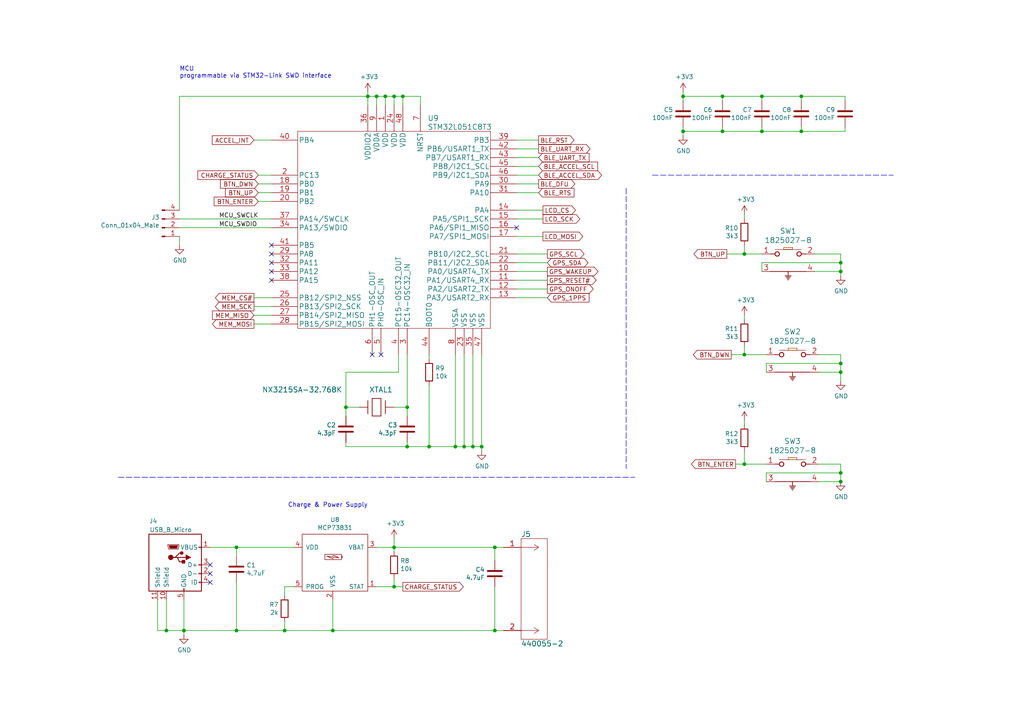
<source format=kicad_sch>
(kicad_sch (version 20211123) (generator eeschema)
  (paper "A4")
  (title_block (title "Speedcoach") (rev "v1") (company "Peter Horauer"))
  (lib_symbols
    (symbol "Device:C" (pin_numbers hide) (pin_names (offset 0.254))
      (property "Reference" "C" (at 0.635 2.54 0))
      (property "Value" "C" (at 0.635 -2.54 0))
      (symbol "C_0_1"
        (polyline (pts (xy -2.032 -0.762) (xy 2.032 -0.762)) (stroke (width 0.508)))
        (polyline (pts (xy -2.032 0.762) (xy 2.032 0.762)) (stroke (width 0.508)))
      )
      (symbol "C_1_1"
        (pin passive line (at 0 3.81 270) (length 2.794) (name "~") (number "1"))
        (pin passive line (at 0 -3.81 90) (length 2.794) (name "~") (number "2"))
      )
    )
    (symbol "Device:R" (pin_numbers hide) (pin_names (offset 0))
      (property "Reference" "R" (at 2.032 0 90))
      (property "Value" "R" (at 0 0 90))
      (symbol "R_0_1"
        (rectangle (start -1.016 -2.54) (end 1.016 2.54) (stroke (width 0.254)))
      )
      (symbol "R_1_1"
        (pin passive line (at 0 3.81 270) (length 1.27) (name "~") (number "1"))
        (pin passive line (at 0 -3.81 90) (length 1.27) (name "~") (number "2"))
      )
    )
    (symbol "power:+3V3" (power) (pin_names (offset 0))
      (property "Value" "+3V3" (at 0 3.556 0))
      (symbol "+3V3_0_1"
        (polyline (pts (xy -0.762 1.27) (xy 0 2.54)))
        (polyline (pts (xy 0 0) (xy 0 2.54)))
        (polyline (pts (xy 0 2.54) (xy 0.762 1.27)))
      )
      (symbol "+3V3_1_1"
        (pin power_in line (at 0 0 90) (length 0) hide (name "+3V3") (number "1"))
      )
    )
    (symbol "power:GND" (power) (pin_names (offset 0))
      (property "Value" "GND" (at 0 -3.81 0))
      (symbol "GND_0_1"
        (polyline (pts (xy 0 0) (xy 0 -1.27) (xy 1.27 -1.27) (xy 0 -2.54) (xy -1.27 -1.27) (xy 0 -1.27)))
      )
      (symbol "GND_1_1"
        (pin power_in line (at 0 0 270) (length 0) hide (name "GND") (number "1"))
      )
    )
    (symbol "speedcoach:1825027-8" (pin_names (offset -1.905) hide)
      (property "Reference" "SW" (at 7.62 3.81 0))
      (property "Value" "1825027-8" (at 7.62 6.35 0))
      (symbol "1825027-8_0_1"
        (polyline (pts (xy 3.81 1.27) (xy 11.43 1.27)) (stroke (width 0.127)))
        (rectangle (start 6.35 1.27) (end 8.89 1.905) (stroke (width 0.127)) (fill (type background)))
      )
      (symbol "1825027-8_1_1"
        (polyline (pts (xy 2.54 -5.08) (xy 12.7 -5.08)) (stroke (width 0.2032)))
        (polyline (pts (xy 2.54 0) (xy 3.81 0)) (stroke (width 0.2032)))
        (polyline (pts (xy 6.731 -6.35) (xy 8.509 -6.35)) (stroke (width 0.2032)))
        (polyline (pts (xy 6.985 -6.731) (xy 8.255 -6.731)) (stroke (width 0.2032)))
        (polyline (pts (xy 7.239 -7.112) (xy 8.001 -7.112)) (stroke (width 0.2032)))
        (polyline (pts (xy 7.493 -7.493) (xy 7.747 -7.493)) (stroke (width 0.2032)))
        (polyline (pts (xy 7.62 -5.08) (xy 7.62 -6.35)) (stroke (width 0.2032)))
        (polyline (pts (xy 12.7 0) (xy 11.43 0)) (stroke (width 0.2032)))
        (circle (center 4.445 0) (radius 0.635) (stroke (width 0.254)))
        (circle (center 10.795 0) (radius 0.635) (stroke (width 0.254)))
        (pin unspecified line (at 0 0 0) (length 2.54) (name "1") (number "1"))
        (pin unspecified line (at 15.24 0 180) (length 2.54) (name "2") (number "2"))
        (pin unspecified line (at 0 -5.08 0) (length 2.54) (name "3") (number "3"))
        (pin unspecified line (at 15.24 -5.08 180) (length 2.54) (name "4") (number "4"))
      )
    )
    (symbol "speedcoach:440055-2" (pin_names (offset 0.254) hide)
      (property "Reference" "J" (at 6.35 3.81 0))
      (property "Value" "440055-2" (at 11.43 -27.94 0))
      (symbol "440055-2_0_1"
        (polyline (pts (xy 5.08 -26.67) (xy 12.7 -26.67)) (stroke (width 0.127)))
      )
      (symbol "440055-2_1_1"
        (polyline (pts (xy 5.08 2.54) (xy 5.08 -26.67)) (stroke (width 0.127)))
        (polyline (pts (xy 10.16 -24.13) (xy 5.08 -24.13)) (stroke (width 0.127)))
        (polyline (pts (xy 10.16 -24.13) (xy 8.89 -24.9682)) (stroke (width 0.127)))
        (polyline (pts (xy 10.16 -24.13) (xy 8.89 -23.2918)) (stroke (width 0.127)))
        (polyline (pts (xy 10.16 0) (xy 5.08 0)) (stroke (width 0.127)))
        (polyline (pts (xy 10.16 0) (xy 8.89 -0.8382)) (stroke (width 0.127)))
        (polyline (pts (xy 10.16 0) (xy 8.89 0.8382)) (stroke (width 0.127)))
        (polyline (pts (xy 12.7 -26.67) (xy 12.7 -5.08)) (stroke (width 0.127)))
        (polyline (pts (xy 12.7 -5.08) (xy 12.7 2.54)) (stroke (width 0.127)))
        (polyline (pts (xy 12.7 2.54) (xy 5.08 2.54)) (stroke (width 0.127)))
        (pin unspecified line (at 0 0 0) (length 5.08) (name "1") (number "1"))
        (pin unspecified line (at 0 -24.13 0) (length 5.08) (name "2") (number "2"))
      )
    )
    (symbol "speedcoach:Conn_01x04_Male" (pin_names (offset 1.016) hide)
      (property "Reference" "J" (at 0 5.08 0))
      (property "Value" "Conn_01x04_Male" (at 0 -7.62 0))
      (symbol "Conn_01x04_Male_1_1"
        (polyline (pts (xy 1.27 -5.08) (xy 0.8636 -5.08)) (stroke (width 0.1524)))
        (polyline (pts (xy 1.27 -2.54) (xy 0.8636 -2.54)) (stroke (width 0.1524)))
        (polyline (pts (xy 1.27 0) (xy 0.8636 0)) (stroke (width 0.1524)))
        (polyline (pts (xy 1.27 2.54) (xy 0.8636 2.54)) (stroke (width 0.1524)))
        (rectangle (start 0.8636 -4.953) (end 0 -5.207) (stroke (width 0.1524)) (fill (type outline)))
        (rectangle (start 0.8636 -2.413) (end 0 -2.667) (stroke (width 0.1524)) (fill (type outline)))
        (rectangle (start 0.8636 0.127) (end 0 -0.127) (stroke (width 0.1524)) (fill (type outline)))
        (rectangle (start 0.8636 2.667) (end 0 2.413) (stroke (width 0.1524)) (fill (type outline)))
        (pin passive line (at 5.08 2.54 180) (length 3.81) (name "Pin_1") (number "1"))
        (pin passive line (at 5.08 0 180) (length 3.81) (name "Pin_2") (number "2"))
        (pin passive line (at 5.08 -2.54 180) (length 3.81) (name "Pin_3") (number "3"))
        (pin passive line (at 5.08 -5.08 180) (length 3.81) (name "Pin_4") (number "4"))
      )
    )
    (symbol "speedcoach:MCP73831" (pin_names (offset 1.016))
      (property "Reference" "U" (at 3.81 12.7 0))
      (property "Value" "MCP73831" (at 16.51 12.7 0))
      (symbol "MCP73831_0_1"
        (polyline (pts (xy 13.97 5.08) (xy 14.224 5.08) (xy 14.224 4.572) (xy 13.97 4.572)))
        (polyline (pts (xy 13.97 5.588) (xy 9.144 5.588) (xy 9.144 4.064) (xy 13.97 4.064) (xy 13.97 5.588)))
        (polyline (pts (xy 9.652 5.08) (xy 11.43 4.318) (xy 11.684 4.826) (xy 13.208 4.572) (xy 11.684 5.334) (xy 11.176 4.826) (xy 9.652 5.08)))
        (rectangle (start 2.54 -5.08) (end 21.59 11.43))
      )
      (symbol "MCP73831_1_1"
        (pin output line (at 24.13 -3.81 180) (length 2.54) (name "STAT") (number "1"))
        (pin power_in line (at 11.43 -7.62 90) (length 2.54) (name "VSS") (number "2"))
        (pin power_out line (at 24.13 7.62 180) (length 2.54) (name "VBAT") (number "3"))
        (pin power_in line (at 0 7.62 0) (length 2.54) (name "VDD") (number "4"))
        (pin input line (at 0 -3.81 0) (length 2.54) (name "PROG") (number "5"))
      )
    )
    (symbol "speedcoach:NX3215SA-32.768K" (pin_numbers hide) (pin_names hide)
      (property "Reference" "XTAL" (at 5.08 4.445 0))
      (property "Value" "NX3215SA-32.768K" (at 5.08 -7.62 0))
      (symbol "NX3215SA-32.768K_1_1"
        (polyline (pts (xy 2.54 -1.905) (xy 2.54 1.905)) (stroke (width 0.2032)))
        (polyline (pts (xy 3.81 -2.54) (xy 3.81 2.54)) (stroke (width 0.2032)))
        (polyline (pts (xy 3.81 2.54) (xy 6.35 2.54)) (stroke (width 0.2032)))
        (polyline (pts (xy 6.35 -2.54) (xy 3.81 -2.54)) (stroke (width 0.2032)))
        (polyline (pts (xy 6.35 2.54) (xy 6.35 -2.54)) (stroke (width 0.2032)))
        (polyline (pts (xy 7.62 -1.905) (xy 7.62 1.905)) (stroke (width 0.2032)))
        (pin unspecified line (at 0 0 0) (length 2.54) (name "1") (number "1"))
        (pin unspecified line (at 10.16 0 180) (length 2.54) (name "2") (number "2"))
      )
    )
    (symbol "speedcoach:STM32L051C8T3" (pin_names (offset 0.254))
      (property "Reference" "U" (at 8.89 3.81 0))
      (property "Value" "STM32L051C8T3" (at 54.61 3.81 0))
      (symbol "STM32L051C8T3_1_1"
        (polyline (pts (xy 7.62 -54.61) (xy 63.5 -54.61)) (stroke (width 0.127)))
        (polyline (pts (xy 7.62 2.54) (xy 7.62 -54.61)) (stroke (width 0.127)))
        (polyline (pts (xy 63.5 -54.61) (xy 63.5 2.54)) (stroke (width 0.127)))
        (polyline (pts (xy 63.5 2.54) (xy 7.62 2.54)) (stroke (width 0.127)))
        (pin power_in line (at 33.02 10.16 270) (length 7.62) (name "VDD") (number "1"))
        (pin bidirectional line (at 71.12 -38.1 180) (length 7.62) (name "PA0/USART4_TX") (number "10"))
        (pin bidirectional line (at 71.12 -40.64 180) (length 7.62) (name "PA1/USART4_RX") (number "11"))
        (pin bidirectional line (at 71.12 -43.18 180) (length 7.62) (name "PA2/USART2_TX") (number "12"))
        (pin bidirectional line (at 71.12 -45.72 180) (length 7.62) (name "PA3/USART2_RX") (number "13"))
        (pin bidirectional line (at 71.12 -20.32 180) (length 7.62) (name "PA4") (number "14"))
        (pin bidirectional line (at 71.12 -22.86 180) (length 7.62) (name "PA5/SPI1_SCK") (number "15"))
        (pin bidirectional line (at 71.12 -25.4 180) (length 7.62) (name "PA6/SPI1_MISO") (number "16"))
        (pin bidirectional line (at 71.12 -27.94 180) (length 7.62) (name "PA7/SPI1_MOSI") (number "17"))
        (pin bidirectional line (at 0 -12.7 0) (length 7.62) (name "PB0") (number "18"))
        (pin bidirectional line (at 0 -15.24 0) (length 7.62) (name "PB1") (number "19"))
        (pin bidirectional line (at 0 -10.16 0) (length 7.62) (name "PC13") (number "2"))
        (pin bidirectional line (at 0 -17.78 0) (length 7.62) (name "PB2") (number "20"))
        (pin bidirectional line (at 71.12 -33.02 180) (length 7.62) (name "PB10/I2C2_SCL") (number "21"))
        (pin bidirectional line (at 71.12 -35.56 180) (length 7.62) (name "PB11/I2C2_SDA") (number "22"))
        (pin power_in line (at 55.88 -62.23 90) (length 7.62) (name "VSS") (number "23"))
        (pin power_in line (at 35.56 10.16 270) (length 7.62) (name "VDD") (number "24"))
        (pin bidirectional line (at 0 -45.72 0) (length 7.62) (name "PB12/SPI2_NSS") (number "25"))
        (pin bidirectional line (at 0 -48.26 0) (length 7.62) (name "PB13/SPI2_SCK") (number "26"))
        (pin bidirectional line (at 0 -50.8 0) (length 7.62) (name "PB14/SPI2_MISO") (number "27"))
        (pin bidirectional line (at 0 -53.34 0) (length 7.62) (name "PB15/SPI2_MOSI") (number "28"))
        (pin bidirectional line (at 0 -33.02 0) (length 7.62) (name "PA8") (number "29"))
        (pin bidirectional line (at 39.37 -62.23 90) (length 7.62) (name "PC14-OSC32_IN") (number "3"))
        (pin bidirectional line (at 71.12 -12.7 180) (length 7.62) (name "PA9") (number "30"))
        (pin bidirectional line (at 71.12 -15.24 180) (length 7.62) (name "PA10") (number "31"))
        (pin bidirectional line (at 0 -35.56 0) (length 7.62) (name "PA11") (number "32"))
        (pin bidirectional line (at 0 -38.1 0) (length 7.62) (name "PA12") (number "33"))
        (pin bidirectional line (at 0 -25.4 0) (length 7.62) (name "PA13/SWDIO") (number "34"))
        (pin power_in line (at 58.42 -62.23 90) (length 7.62) (name "VSS") (number "35"))
        (pin power_in line (at 27.94 10.16 270) (length 7.62) (name "VDDIO2") (number "36"))
        (pin bidirectional line (at 0 -22.86 0) (length 7.62) (name "PA14/SWCLK") (number "37"))
        (pin bidirectional line (at 0 -40.64 0) (length 7.62) (name "PA15") (number "38"))
        (pin bidirectional line (at 71.12 0 180) (length 7.62) (name "PB3") (number "39"))
        (pin bidirectional line (at 36.83 -62.23 90) (length 7.62) (name "PC15-OSC32_OUT") (number "4"))
        (pin bidirectional line (at 0 0 0) (length 7.62) (name "PB4") (number "40"))
        (pin bidirectional line (at 0 -30.48 0) (length 7.62) (name "PB5") (number "41"))
        (pin bidirectional line (at 71.12 -2.54 180) (length 7.62) (name "PB6/USART1_TX") (number "42"))
        (pin bidirectional line (at 71.12 -5.08 180) (length 7.62) (name "PB7/USART1_RX") (number "43"))
        (pin input line (at 45.72 -62.23 90) (length 7.62) (name "BOOT0") (number "44"))
        (pin bidirectional line (at 71.12 -7.62 180) (length 7.62) (name "PB8/I2C1_SCL") (number "45"))
        (pin bidirectional line (at 71.12 -10.16 180) (length 7.62) (name "PB9/I2C1_SDA") (number "46"))
        (pin power_in line (at 60.96 -62.23 90) (length 7.62) (name "VSS") (number "47"))
        (pin power_in line (at 38.1 10.16 270) (length 7.62) (name "VDD") (number "48"))
        (pin bidirectional line (at 31.75 -62.23 90) (length 7.62) (name "PH0-OSC_IN") (number "5"))
        (pin bidirectional line (at 29.21 -62.23 90) (length 7.62) (name "PH1-OSC_OUT") (number "6"))
        (pin bidirectional line (at 43.18 10.16 270) (length 7.62) (name "NRST") (number "7"))
        (pin power_in line (at 53.34 -62.23 90) (length 7.62) (name "VSSA") (number "8"))
        (pin power_in line (at 30.48 10.16 270) (length 7.62) (name "VDDA") (number "9"))
      )
    )
    (symbol "speedcoach:USB_B_Micro" (pin_names (offset 1.016))
      (property "Reference" "J" (at -10.16 12.7 0))
      (property "Value" "USB_B_Micro" (at -10.16 10.16 0))
      (symbol "USB_B_Micro_0_1"
        (rectangle (start -10.16 -7.62) (end 5.08 8.89) (stroke (width 0.254)))
        (circle (center -3.81 2.159) (radius 0.635) (stroke (width 0.254)) (fill (type outline)))
        (circle (center -0.635 3.429) (radius 0.381) (stroke (width 0.254)) (fill (type outline)))
        (rectangle (start -0.127 -7.62) (end 0.127 -6.858))
        (polyline (pts (xy -1.905 2.159) (xy 0.635 2.159)) (stroke (width 0.254)))
        (polyline (pts (xy -3.175 2.159) (xy -2.54 2.159) (xy -1.27 3.429) (xy -0.635 3.429)) (stroke (width 0.254)))
        (polyline (pts (xy -2.54 2.159) (xy -1.905 2.159) (xy -1.27 0.889) (xy 0 0.889)) (stroke (width 0.254)))
        (polyline (pts (xy 0.635 2.794) (xy 0.635 1.524) (xy 1.905 2.159) (xy 0.635 2.794)) (stroke (width 0.254)) (fill (type outline)))
        (polyline (pts (xy -4.318 5.588) (xy -1.778 5.588) (xy -2.032 4.826) (xy -4.064 4.826) (xy -4.318 5.588)) (fill (type outline)))
        (polyline (pts (xy -4.699 5.842) (xy -4.699 5.588) (xy -4.445 4.826) (xy -4.445 4.572) (xy -1.651 4.572) (xy -1.651 4.826) (xy -1.397 5.588) (xy -1.397 5.842) (xy -4.699 5.842)))
        (rectangle (start 0.254 1.27) (end -0.508 0.508) (stroke (width 0.254)) (fill (type outline)))
        (rectangle (start 5.08 -5.207) (end 4.318 -4.953))
        (rectangle (start 5.08 -2.667) (end 4.318 -2.413))
        (rectangle (start 5.08 -0.127) (end 4.318 0.127))
        (rectangle (start 5.08 4.953) (end 4.318 5.207))
      )
      (symbol "USB_B_Micro_1_1"
        (pin power_out line (at 7.62 5.08 180) (length 2.54) (name "VBUS") (number "1"))
        (pin passive line (at -5.08 -10.16 90) (length 2.54) (name "Shield") (number "10"))
        (pin passive line (at -7.62 -10.16 90) (length 2.54) (name "Shield") (number "11"))
        (pin bidirectional line (at 7.62 -2.54 180) (length 2.54) (name "D-") (number "2"))
        (pin bidirectional line (at 7.62 0 180) (length 2.54) (name "D+") (number "3"))
        (pin passive line (at 7.62 -5.08 180) (length 2.54) (name "ID") (number "4"))
        (pin power_out line (at 0 -10.16 90) (length 2.54) (name "GND") (number "5"))
      )
    )
  )
  (junction (at 143.51 182.88))
  (junction (at 111.76 27.94))
  (junction (at 53.34 182.88))
  (junction (at 116.84 27.94))
  (junction (at 215.9 134.62))
  (junction (at 143.51 158.75))
  (junction (at 209.55 27.94))
  (junction (at 243.84 78.74))
  (junction (at 68.58 182.88))
  (junction (at 48.26 182.88))
  (junction (at 139.7 129.54))
  (junction (at 137.16 129.54))
  (junction (at 220.98 38.1))
  (junction (at 100.33 118.11))
  (junction (at 96.52 182.88))
  (junction (at 232.41 38.1))
  (junction (at 215.9 73.66))
  (junction (at 124.46 129.54))
  (junction (at 132.08 129.54))
  (junction (at 243.84 105.41))
  (junction (at 118.11 129.54))
  (junction (at 215.9 102.87))
  (junction (at 209.55 38.1))
  (junction (at 243.84 139.7))
  (junction (at 114.3 27.94))
  (junction (at 82.55 182.88))
  (junction (at 109.22 27.94))
  (junction (at 243.84 137.16))
  (junction (at 68.58 158.75))
  (junction (at 220.98 27.94))
  (junction (at 243.84 107.95))
  (junction (at 243.84 76.2))
  (junction (at 232.41 27.94))
  (junction (at 114.3 158.75))
  (junction (at 198.12 27.94))
  (junction (at 106.68 27.94))
  (junction (at 134.62 129.54))
  (junction (at 198.12 38.1))
  (junction (at 114.3 170.18))
  (junction (at 118.11 118.11))
  (no_connect (at 60.96 168.91))
  (no_connect (at 110.49 102.87))
  (no_connect (at 60.96 163.83))
  (no_connect (at 78.74 71.12))
  (no_connect (at 78.74 73.66))
  (no_connect (at 78.74 76.2))
  (no_connect (at 78.74 78.74))
  (no_connect (at 78.74 81.28))
  (no_connect (at 60.96 166.37))
  (no_connect (at 149.86 66.04))
  (no_connect (at 107.95 102.87))
  (wire (pts (xy 124.46 104.14) (xy 124.46 102.87)))
  (wire (pts (xy 73.66 40.64) (xy 78.74 40.64)))
  (wire (pts (xy 132.08 129.54) (xy 134.62 129.54)))
  (wire (pts (xy 100.33 129.54) (xy 118.11 129.54)))
  (wire (pts (xy 222.25 107.95) (xy 222.25 105.41)))
  (wire (pts (xy 215.9 92.71) (xy 215.9 91.44)))
  (polyline (pts (xy 189.23 50.8) (xy 259.08 50.8)))
  (wire (pts (xy 149.86 73.66) (xy 158.75 73.66)))
  (wire (pts (xy 232.41 27.94) (xy 232.41 29.21)))
  (wire (pts (xy 100.33 118.11) (xy 100.33 107.95)))
  (wire (pts (xy 143.51 158.75) (xy 146.05 158.75)))
  (wire (pts (xy 73.66 86.36) (xy 78.74 86.36)))
  (wire (pts (xy 143.51 170.18) (xy 143.51 182.88)))
  (wire (pts (xy 52.07 27.94) (xy 106.68 27.94)))
  (wire (pts (xy 149.86 68.58) (xy 157.48 68.58)))
  (wire (pts (xy 232.41 38.1) (xy 232.41 36.83)))
  (wire (pts (xy 149.86 43.18) (xy 156.21 43.18)))
  (wire (pts (xy 243.84 80.01) (xy 243.84 78.74)))
  (wire (pts (xy 212.09 102.87) (xy 215.9 102.87)))
  (wire (pts (xy 96.52 173.99) (xy 96.52 182.88)))
  (wire (pts (xy 100.33 107.95) (xy 115.57 107.95)))
  (wire (pts (xy 149.86 60.96) (xy 157.48 60.96)))
  (wire (pts (xy 118.11 118.11) (xy 114.3 118.11)))
  (wire (pts (xy 82.55 182.88) (xy 96.52 182.88)))
  (wire (pts (xy 209.55 38.1) (xy 209.55 36.83)))
  (wire (pts (xy 137.16 129.54) (xy 139.7 129.54)))
  (wire (pts (xy 215.9 100.33) (xy 215.9 102.87)))
  (wire (pts (xy 215.9 123.19) (xy 215.9 121.92)))
  (wire (pts (xy 132.08 102.87) (xy 132.08 129.54)))
  (wire (pts (xy 149.86 55.88) (xy 156.21 55.88)))
  (wire (pts (xy 68.58 168.91) (xy 68.58 182.88)))
  (wire (pts (xy 114.3 158.75) (xy 114.3 156.21)))
  (wire (pts (xy 143.51 182.88) (xy 146.05 182.88)))
  (wire (pts (xy 198.12 38.1) (xy 209.55 38.1)))
  (wire (pts (xy 109.22 30.48) (xy 109.22 27.94)))
  (wire (pts (xy 121.92 30.48) (xy 121.92 27.94)))
  (wire (pts (xy 134.62 129.54) (xy 137.16 129.54)))
  (wire (pts (xy 220.98 76.2) (xy 243.84 76.2)))
  (wire (pts (xy 118.11 118.11) (xy 118.11 102.87)))
  (wire (pts (xy 68.58 182.88) (xy 82.55 182.88)))
  (wire (pts (xy 45.72 173.99) (xy 45.72 182.88)))
  (polyline (pts (xy 34.29 138.43) (xy 184.15 138.43)))
  (wire (pts (xy 114.3 30.48) (xy 114.3 27.94)))
  (wire (pts (xy 78.74 63.5) (xy 52.07 63.5)))
  (wire (pts (xy 237.49 102.87) (xy 243.84 102.87)))
  (wire (pts (xy 149.86 53.34) (xy 156.21 53.34)))
  (wire (pts (xy 60.96 158.75) (xy 68.58 158.75)))
  (wire (pts (xy 53.34 173.99) (xy 53.34 182.88)))
  (wire (pts (xy 109.22 158.75) (xy 114.3 158.75)))
  (wire (pts (xy 74.93 58.42) (xy 78.74 58.42)))
  (wire (pts (xy 215.9 130.81) (xy 215.9 134.62)))
  (wire (pts (xy 215.9 62.23) (xy 215.9 63.5)))
  (wire (pts (xy 96.52 182.88) (xy 143.51 182.88)))
  (wire (pts (xy 52.07 60.96) (xy 52.07 27.94)))
  (wire (pts (xy 215.9 102.87) (xy 222.25 102.87)))
  (wire (pts (xy 149.86 76.2) (xy 158.75 76.2)))
  (wire (pts (xy 74.93 53.34) (xy 78.74 53.34)))
  (wire (pts (xy 116.84 27.94) (xy 114.3 27.94)))
  (wire (pts (xy 222.25 137.16) (xy 243.84 137.16)))
  (wire (pts (xy 198.12 27.94) (xy 198.12 29.21)))
  (wire (pts (xy 156.21 45.72) (xy 149.86 45.72)))
  (wire (pts (xy 149.86 83.82) (xy 158.75 83.82)))
  (wire (pts (xy 100.33 120.65) (xy 100.33 118.11)))
  (wire (pts (xy 236.22 73.66) (xy 243.84 73.66)))
  (wire (pts (xy 222.25 139.7) (xy 222.25 137.16)))
  (wire (pts (xy 74.93 55.88) (xy 78.74 55.88)))
  (wire (pts (xy 124.46 111.76) (xy 124.46 129.54)))
  (wire (pts (xy 243.84 134.62) (xy 243.84 137.16)))
  (wire (pts (xy 73.66 93.98) (xy 78.74 93.98)))
  (wire (pts (xy 243.84 76.2) (xy 243.84 78.74)))
  (wire (pts (xy 198.12 26.67) (xy 198.12 27.94)))
  (wire (pts (xy 48.26 182.88) (xy 53.34 182.88)))
  (wire (pts (xy 114.3 158.75) (xy 114.3 160.02)))
  (wire (pts (xy 198.12 27.94) (xy 209.55 27.94)))
  (wire (pts (xy 45.72 182.88) (xy 48.26 182.88)))
  (wire (pts (xy 111.76 30.48) (xy 111.76 27.94)))
  (wire (pts (xy 109.22 27.94) (xy 106.68 27.94)))
  (wire (pts (xy 78.74 66.04) (xy 52.07 66.04)))
  (wire (pts (xy 209.55 27.94) (xy 209.55 29.21)))
  (wire (pts (xy 118.11 129.54) (xy 124.46 129.54)))
  (wire (pts (xy 114.3 158.75) (xy 143.51 158.75)))
  (wire (pts (xy 156.21 50.8) (xy 149.86 50.8)))
  (wire (pts (xy 114.3 170.18) (xy 114.3 167.64)))
  (wire (pts (xy 121.92 27.94) (xy 116.84 27.94)))
  (wire (pts (xy 149.86 86.36) (xy 158.75 86.36)))
  (wire (pts (xy 114.3 170.18) (xy 116.84 170.18)))
  (wire (pts (xy 115.57 107.95) (xy 115.57 102.87)))
  (wire (pts (xy 232.41 38.1) (xy 245.11 38.1)))
  (wire (pts (xy 73.66 91.44) (xy 78.74 91.44)))
  (wire (pts (xy 106.68 30.48) (xy 106.68 27.94)))
  (wire (pts (xy 118.11 128.27) (xy 118.11 129.54)))
  (wire (pts (xy 100.33 128.27) (xy 100.33 129.54)))
  (wire (pts (xy 220.98 27.94) (xy 232.41 27.94)))
  (wire (pts (xy 149.86 48.26) (xy 156.21 48.26)))
  (wire (pts (xy 104.14 118.11) (xy 100.33 118.11)))
  (wire (pts (xy 73.66 88.9) (xy 78.74 88.9)))
  (wire (pts (xy 209.55 27.94) (xy 220.98 27.94)))
  (wire (pts (xy 74.93 50.8) (xy 78.74 50.8)))
  (wire (pts (xy 156.21 40.64) (xy 149.86 40.64)))
  (wire (pts (xy 210.82 73.66) (xy 215.9 73.66)))
  (wire (pts (xy 139.7 129.54) (xy 139.7 102.87)))
  (wire (pts (xy 48.26 173.99) (xy 48.26 182.88)))
  (wire (pts (xy 149.86 63.5) (xy 157.48 63.5)))
  (wire (pts (xy 134.62 129.54) (xy 134.62 102.87)))
  (polyline (pts (xy 181.61 54.61) (xy 181.61 135.89)))
  (wire (pts (xy 245.11 38.1) (xy 245.11 36.83)))
  (wire (pts (xy 52.07 71.12) (xy 52.07 68.58)))
  (wire (pts (xy 139.7 129.54) (xy 139.7 130.81)))
  (wire (pts (xy 198.12 38.1) (xy 198.12 39.37)))
  (wire (pts (xy 215.9 71.12) (xy 215.9 73.66)))
  (wire (pts (xy 220.98 27.94) (xy 220.98 29.21)))
  (wire (pts (xy 149.86 81.28) (xy 158.75 81.28)))
  (wire (pts (xy 237.49 134.62) (xy 243.84 134.62)))
  (wire (pts (xy 243.84 110.49) (xy 243.84 107.95)))
  (wire (pts (xy 116.84 30.48) (xy 116.84 27.94)))
  (wire (pts (xy 236.22 78.74) (xy 243.84 78.74)))
  (wire (pts (xy 82.55 180.34) (xy 82.55 182.88)))
  (wire (pts (xy 209.55 38.1) (xy 220.98 38.1)))
  (wire (pts (xy 53.34 182.88) (xy 53.34 184.15)))
  (wire (pts (xy 68.58 158.75) (xy 85.09 158.75)))
  (wire (pts (xy 82.55 172.72) (xy 82.55 170.18)))
  (wire (pts (xy 118.11 118.11) (xy 118.11 120.65)))
  (wire (pts (xy 53.34 182.88) (xy 68.58 182.88)))
  (wire (pts (xy 237.49 107.95) (xy 243.84 107.95)))
  (wire (pts (xy 243.84 102.87) (xy 243.84 105.41)))
  (wire (pts (xy 137.16 129.54) (xy 137.16 102.87)))
  (wire (pts (xy 220.98 38.1) (xy 232.41 38.1)))
  (wire (pts (xy 243.84 137.16) (xy 243.84 139.7)))
  (wire (pts (xy 237.49 139.7) (xy 243.84 139.7)))
  (wire (pts (xy 143.51 162.56) (xy 143.51 158.75)))
  (wire (pts (xy 213.36 134.62) (xy 215.9 134.62)))
  (wire (pts (xy 114.3 27.94) (xy 111.76 27.94)))
  (wire (pts (xy 232.41 27.94) (xy 245.11 27.94)))
  (wire (pts (xy 198.12 36.83) (xy 198.12 38.1)))
  (wire (pts (xy 220.98 78.74) (xy 220.98 76.2)))
  (wire (pts (xy 109.22 170.18) (xy 114.3 170.18)))
  (wire (pts (xy 68.58 161.29) (xy 68.58 158.75)))
  (wire (pts (xy 124.46 129.54) (xy 132.08 129.54)))
  (wire (pts (xy 243.84 105.41) (xy 243.84 107.95)))
  (wire (pts (xy 222.25 105.41) (xy 243.84 105.41)))
  (wire (pts (xy 149.86 78.74) (xy 158.75 78.74)))
  (wire (pts (xy 243.84 73.66) (xy 243.84 76.2)))
  (wire (pts (xy 245.11 27.94) (xy 245.11 29.21)))
  (wire (pts (xy 215.9 73.66) (xy 220.98 73.66)))
  (wire (pts (xy 82.55 170.18) (xy 85.09 170.18)))
  (wire (pts (xy 215.9 134.62) (xy 222.25 134.62)))
  (wire (pts (xy 111.76 27.94) (xy 109.22 27.94)))
  (wire (pts (xy 220.98 38.1) (xy 220.98 36.83)))
  (wire (pts (xy 106.68 27.94) (xy 106.68 26.67)))
  (text "Charge & Power Supply" (at 106.68 147.32 180) (effects (font (size 1.27 1.27)) (justify right bottom)))
  (text "MCU\nprogrammable via STM32-Link SWD interface" (at 52.07 22.86 0) (effects (font (size 1.27 1.27)) (justify left bottom)))
  (label "MCU_SWDIO" (at 63.5 66.04 0))
  (label "MCU_SWCLK" (at 63.5 63.5 0))
  (global_label "GPS_WAKEUP" (shape output) (at 158.75 78.74 0) (property "Intersheetrefs" "${INTERSHEET_REFS}" (at 1.27 3.81 0)))
  (global_label "CHARGE_STATUS" (shape output) (at 116.84 170.18 0) (property "Intersheetrefs" "${INTERSHEET_REFS}" (at 0 0 0)))
  (global_label "BLE_UART_TX" (shape input) (at 156.21 45.72 0) (property "Intersheetrefs" "${INTERSHEET_REFS}" (at 0 0 0)))
  (global_label "GPS_SDA" (shape bidirectional) (at 158.75 76.2 0) (property "Intersheetrefs" "${INTERSHEET_REFS}" (at 1.27 3.81 0)))
  (global_label "MEM_SCK" (shape output) (at 73.66 88.9 180) (property "Intersheetrefs" "${INTERSHEET_REFS}" (effects hide)))
  (global_label "MEM_MOSI" (shape output) (at 73.66 93.98 180) (property "Intersheetrefs" "${INTERSHEET_REFS}" (effects hide)))
  (global_label "BTN_ENTER" (shape output) (at 213.36 134.62 180) (property "Intersheetrefs" "${INTERSHEET_REFS}" (at 0 0 0)))
  (global_label "GPS_ONOFF" (shape output) (at 158.75 83.82 0) (property "Intersheetrefs" "${INTERSHEET_REFS}" (at 1.27 3.81 0)))
  (global_label "BTN_DWN" (shape output) (at 212.09 102.87 180) (property "Intersheetrefs" "${INTERSHEET_REFS}" (at 0 0 0)))
  (global_label "MEM_MISO" (shape input) (at 73.66 91.44 180) (property "Intersheetrefs" "${INTERSHEET_REFS}" (effects hide)))
  (global_label "BLE_ACCEL_SDA" (shape bidirectional) (at 156.21 50.8 0) (property "Intersheetrefs" "${INTERSHEET_REFS}" (effects hide)))
  (global_label "BTN_ENTER" (shape input) (at 74.93 58.42 180) (property "Intersheetrefs" "${INTERSHEET_REFS}" (at 0 0 0)))
  (global_label "BLE_DFU" (shape output) (at 156.21 53.34 0) (property "Intersheetrefs" "${INTERSHEET_REFS}" (effects hide)))
  (global_label "BLE_RST" (shape output) (at 156.21 40.64 0) (property "Intersheetrefs" "${INTERSHEET_REFS}" (at 0 0 0)))
  (global_label "MEM_CS#" (shape output) (at 73.66 86.36 180) (property "Intersheetrefs" "${INTERSHEET_REFS}" (effects hide)))
  (global_label "GPS_1PPS" (shape input) (at 158.75 86.36 0) (property "Intersheetrefs" "${INTERSHEET_REFS}" (at 1.27 3.81 0)))
  (global_label "BLE_UART_RX" (shape output) (at 156.21 43.18 0) (property "Intersheetrefs" "${INTERSHEET_REFS}" (at 0 0 0)))
  (global_label "LCD_MOSI" (shape output) (at 157.48 68.58 0) (property "Intersheetrefs" "${INTERSHEET_REFS}" (at 0 3.81 0)))
  (global_label "BTN_UP" (shape input) (at 74.93 55.88 180) (property "Intersheetrefs" "${INTERSHEET_REFS}" (at 0 0 0)))
  (global_label "ACCEL_INT" (shape input) (at 73.66 40.64 180) (property "Intersheetrefs" "${INTERSHEET_REFS}" (at -1.27 -5.08 0)))
  (global_label "GPS_RESET#" (shape output) (at 158.75 81.28 0) (property "Intersheetrefs" "${INTERSHEET_REFS}" (at 1.27 3.81 0)))
  (global_label "LCD_CS" (shape output) (at 157.48 60.96 0) (property "Intersheetrefs" "${INTERSHEET_REFS}" (at 0 3.81 0)))
  (global_label "BLE_RTS" (shape input) (at 156.21 55.88 0) (property "Intersheetrefs" "${INTERSHEET_REFS}" (effects hide)))
  (global_label "BTN_UP" (shape output) (at 210.82 73.66 180) (property "Intersheetrefs" "${INTERSHEET_REFS}" (at 0 0 0)))
  (global_label "CHARGE_STATUS" (shape input) (at 74.93 50.8 180) (property "Intersheetrefs" "${INTERSHEET_REFS}" (at 0 0 0)))
  (global_label "LCD_SCK" (shape output) (at 157.48 63.5 0) (property "Intersheetrefs" "${INTERSHEET_REFS}" (at 0 3.81 0)))
  (global_label "GPS_SCL" (shape output) (at 158.75 73.66 0) (property "Intersheetrefs" "${INTERSHEET_REFS}" (at 1.27 3.81 0)))
  (global_label "BLE_ACCEL_SCL" (shape input) (at 156.21 48.26 0) (property "Intersheetrefs" "${INTERSHEET_REFS}" (effects hide)))
  (global_label "BTN_DWN" (shape input) (at 74.93 53.34 180) (property "Intersheetrefs" "${INTERSHEET_REFS}" (at 0 0 0)))
  (symbol (lib_id "power:+3V3") (at 106.68 26.67 0) (unit 1)
    (property "Reference" "#PWR017" (effects hide))
    (property "Value" "+3V3" (at 107.061 22.2758 0))
  )
  (symbol (lib_id "Device:C") (at 198.12 33.02 0) (mirror x) (unit 1)
    (property "Reference" "C5" (at 195.2244 31.8516 0) (effects (justify right)))
    (property "Value" "100nF" (at 195.2244 34.163 0) (effects (justify right)))
    (property "Footprint" "Capacitor_SMD:C_0805_2012Metric" (effects hide))
  )
  (symbol (lib_id "Device:C") (at 209.55 33.02 0) (mirror x) (unit 1)
    (property "Reference" "C6" (at 206.6544 31.8516 0) (effects (justify right)))
    (property "Value" "100nF" (at 206.6544 34.163 0) (effects (justify right)))
    (property "Footprint" "Capacitor_SMD:C_0805_2012Metric" (effects hide))
  )
  (symbol (lib_id "Device:C") (at 220.98 33.02 0) (mirror x) (unit 1)
    (property "Reference" "C7" (at 218.0844 31.8516 0) (effects (justify right)))
    (property "Value" "100nF" (at 218.0844 34.163 0) (effects (justify right)))
    (property "Footprint" "Capacitor_SMD:C_0805_2012Metric" (effects hide))
  )
  (symbol (lib_id "Device:C") (at 232.41 33.02 0) (mirror x) (unit 1)
    (property "Reference" "C8" (at 229.5144 31.8516 0) (effects (justify right)))
    (property "Value" "100nF" (at 229.5144 34.163 0) (effects (justify right)))
    (property "Footprint" "Capacitor_SMD:C_0805_2012Metric" (effects hide))
  )
  (symbol (lib_id "Device:C") (at 245.11 33.02 0) (mirror x) (unit 1)
    (property "Reference" "C9" (at 242.2144 31.8516 0) (effects (justify right)))
    (property "Value" "100nF" (at 242.2144 34.163 0) (effects (justify right)))
    (property "Footprint" "Capacitor_SMD:C_0805_2012Metric" (effects hide))
  )
  (symbol (lib_id "power:+3V3") (at 198.12 26.67 0) (unit 1)
    (property "Reference" "#PWR020" (effects hide))
    (property "Value" "+3V3" (at 198.501 22.2758 0))
  )
  (symbol (lib_id "power:GND") (at 198.12 39.37 0) (unit 1)
    (property "Reference" "#PWR021" (effects hide))
    (property "Value" "GND" (at 198.247 43.7642 0))
  )
  (symbol (lib_id "power:GND") (at 139.7 130.81 0) (unit 1)
    (property "Reference" "#PWR019" (effects hide))
    (property "Value" "GND" (at 139.827 135.2042 0))
  )
  (symbol (lib_id "Device:R") (at 124.46 107.95 0) (unit 1)
    (property "Reference" "R9" (at 126.238 106.7816 0) (effects (justify left)))
    (property "Value" "10k" (at 126.238 109.093 0) (effects (justify left)))
    (property "Footprint" "Resistor_SMD:R_0805_2012Metric" (effects hide))
  )
  (symbol (lib_id "speedcoach:Conn_01x04_Male") (at 46.99 66.04 0) (mirror x) (unit 1)
    (property "Reference" "J3" (at 46.2788 63.0428 0) (effects (justify right)))
    (property "Value" "Conn_01x04_Male" (at 46.2788 65.3542 0) (effects (justify right)))
    (property "Footprint" "Connector_PinHeader_2.54mm:PinHeader_1x04_P2.54mm_Vertical" (effects hide))
  )
  (symbol (lib_id "power:GND") (at 52.07 71.12 0) (unit 1)
    (property "Reference" "#PWR015" (effects hide))
    (property "Value" "GND" (at 52.197 75.5142 0))
  )
  (symbol (lib_id "speedcoach:USB_B_Micro") (at 53.34 163.83 0) (unit 1)
    (property "Reference" "J4" (at 44.45 151.13 0))
    (property "Value" "USB_B_Micro" (at 49.53 153.67 0))
    (property "Footprint" "speedcoach:10118194-0001LF" (effects hide))
    (property "Datasheet" "https://cdn.amphenol-icc.com/media/wysiwyg/files/documentation/datasheet/inputoutput/io_usb_micro.pdf" (effects hide))
  )
  (symbol (lib_id "speedcoach:440055-2") (at 146.05 158.75 0) (unit 1)
    (property "Reference" "J5" (at 151.13 154.94 0) (effects (font (size 1.524 1.524)) (justify left)))
    (property "Value" "440055-2" (at 151.13 186.69 0) (effects (font (size 1.524 1.524)) (justify left)))
    (property "Footprint" "speedcoach:440055-2" (effects hide))
    (property "Datasheet" "https://www.te.com/commerce/DocumentDelivery/DDEController?Action=srchrtrv&DocNm=440055&DocType=Customer+Drawing&DocLang=English" (effects hide))
  )
  (symbol (lib_id "speedcoach:MCP73831") (at 85.09 166.37 0) (unit 1)
    (property "Reference" "U8" (at 97.155 150.749 0))
    (property "Value" "MCP73831" (at 97.155 153.0604 0))
    (property "Footprint" "speedcoach:MCP73831T-2ATIOT" (effects hide))
    (property "Datasheet" "https://ww1.microchip.com/downloads/en/DeviceDoc/MCP73831-Family-Data-Sheet-DS20001984H.pdf" (effects hide))
  )
  (symbol (lib_id "power:GND") (at 53.34 184.15 0) (unit 1)
    (property "Reference" "#PWR016" (effects hide))
    (property "Value" "GND" (at 53.467 188.5442 0))
  )
  (symbol (lib_id "Device:C") (at 68.58 165.1 0) (unit 1)
    (property "Reference" "C1" (at 71.501 163.9316 0) (effects (justify left)))
    (property "Value" "4.7uF" (at 71.501 166.243 0) (effects (justify left)))
    (property "Footprint" "Capacitor_SMD:C_0805_2012Metric" (effects hide))
  )
  (symbol (lib_id "Device:R") (at 82.55 176.53 0) (mirror x) (unit 1)
    (property "Reference" "R7" (at 80.7974 175.3616 0) (effects (justify right)))
    (property "Value" "2k" (at 80.7974 177.673 0) (effects (justify right)))
    (property "Footprint" "Resistor_SMD:R_0805_2012Metric" (effects hide))
  )
  (symbol (lib_id "Device:R") (at 114.3 163.83 0) (unit 1)
    (property "Reference" "R8" (at 116.078 162.6616 0) (effects (justify left)))
    (property "Value" "10k" (at 116.078 164.973 0) (effects (justify left)))
    (property "Footprint" "Resistor_SMD:R_0805_2012Metric" (effects hide))
  )
  (symbol (lib_id "power:+3V3") (at 114.3 156.21 0) (unit 1)
    (property "Reference" "#PWR018" (effects hide))
    (property "Value" "+3V3" (at 114.681 151.8158 0))
  )
  (symbol (lib_id "Device:C") (at 143.51 166.37 0) (mirror x) (unit 1)
    (property "Reference" "C4" (at 140.6144 165.2016 0) (effects (justify right)))
    (property "Value" "4.7uF" (at 140.6144 167.513 0) (effects (justify right)))
    (property "Footprint" "Capacitor_SMD:C_0805_2012Metric" (effects hide))
  )
  (symbol (lib_id "speedcoach:1825027-8") (at 220.98 73.66 0) (unit 1)
    (property "Reference" "SW1" (at 228.6 67.0052 0) (effects (font (size 1.524 1.524))))
    (property "Value" "1825027-8" (at 228.6 69.6976 0) (effects (font (size 1.524 1.524))))
    (property "Footprint" "speedcoach:1825027-8" (effects hide))
    (property "Datasheet" "https://www.te.com/commerce/DocumentDelivery/DDEController?Action=showdoc&DocId=Customer+Drawing%7F1825027%7FH1%7Fpdf%7FEnglish%7FENG_CD_1825027_H1.pdf%7F1825027-8" (effects hide))
  )
  (symbol (lib_id "speedcoach:1825027-8") (at 222.25 102.87 0) (unit 1)
    (property "Reference" "SW2" (at 229.87 96.2152 0) (effects (font (size 1.524 1.524))))
    (property "Value" "1825027-8" (at 229.87 98.9076 0) (effects (font (size 1.524 1.524))))
    (property "Footprint" "speedcoach:1825027-8" (effects hide))
    (property "Datasheet" "https://www.te.com/commerce/DocumentDelivery/DDEController?Action=showdoc&DocId=Customer+Drawing%7F1825027%7FH1%7Fpdf%7FEnglish%7FENG_CD_1825027_H1.pdf%7F1825027-8" (effects hide))
  )
  (symbol (lib_id "speedcoach:1825027-8") (at 222.25 134.62 0) (unit 1)
    (property "Reference" "SW3" (at 229.87 127.9652 0) (effects (font (size 1.524 1.524))))
    (property "Value" "1825027-8" (at 229.87 130.6576 0) (effects (font (size 1.524 1.524))))
    (property "Footprint" "speedcoach:1825027-8" (effects hide))
    (property "Datasheet" "https://www.te.com/commerce/DocumentDelivery/DDEController?Action=showdoc&DocId=Customer+Drawing%7F1825027%7FH1%7Fpdf%7FEnglish%7FENG_CD_1825027_H1.pdf%7F1825027-8" (effects hide))
  )
  (symbol (lib_id "power:GND") (at 243.84 139.7 0) (unit 1)
    (property "Reference" "#PWR027" (effects hide))
    (property "Value" "GND" (at 243.967 144.0942 0))
  )
  (symbol (lib_id "Device:R") (at 215.9 67.31 0) (mirror x) (unit 1)
    (property "Reference" "R10" (at 214.1474 66.1416 0) (effects (justify right)))
    (property "Value" "3k3" (at 214.1474 68.453 0) (effects (justify right)))
    (property "Footprint" "Resistor_SMD:R_0805_2012Metric" (effects hide))
  )
  (symbol (lib_id "Device:R") (at 215.9 96.52 0) (mirror x) (unit 1)
    (property "Reference" "R11" (at 214.1474 95.3516 0) (effects (justify right)))
    (property "Value" "3k3" (at 214.1474 97.663 0) (effects (justify right)))
    (property "Footprint" "Resistor_SMD:R_0805_2012Metric" (effects hide))
  )
  (symbol (lib_id "Device:R") (at 215.9 127 0) (mirror x) (unit 1)
    (property "Reference" "R12" (at 214.1474 125.8316 0) (effects (justify right)))
    (property "Value" "3k3" (at 214.1474 128.143 0) (effects (justify right)))
    (property "Footprint" "Resistor_SMD:R_0805_2012Metric" (effects hide))
  )
  (symbol (lib_id "power:+3V3") (at 215.9 62.23 0) (unit 1)
    (property "Reference" "#PWR022" (effects hide))
    (property "Value" "+3V3" (at 216.281 57.8358 0))
  )
  (symbol (lib_id "power:+3V3") (at 215.9 91.44 0) (unit 1)
    (property "Reference" "#PWR023" (effects hide))
    (property "Value" "+3V3" (at 216.281 87.0458 0))
  )
  (symbol (lib_id "power:+3V3") (at 215.9 121.92 0) (unit 1)
    (property "Reference" "#PWR024" (effects hide))
    (property "Value" "+3V3" (at 216.281 117.5258 0))
  )
  (symbol (lib_id "power:GND") (at 243.84 110.49 0) (unit 1)
    (property "Reference" "#PWR026" (effects hide))
    (property "Value" "GND" (at 243.967 114.8842 0))
  )
  (symbol (lib_id "power:GND") (at 243.84 80.01 0) (unit 1)
    (property "Reference" "#PWR025" (effects hide))
    (property "Value" "GND" (at 243.967 84.4042 0))
  )
  (symbol (lib_id "speedcoach:NX3215SA-32.768K") (at 104.14 118.11 0) (unit 1)
    (property "Reference" "XTAL1" (at 110.49 113.03 0) (effects (font (size 1.524 1.524))))
    (property "Value" "NX3215SA-32.768K" (at 87.63 113.03 0) (effects (font (size 1.524 1.524))))
    (property "Footprint" "speedcoach:NX3215SA-32.768K-EXS00A-MU00003" (effects hide))
    (property "Datasheet" "https://media.digikey.com/pdf/Data%20Sheets/NDK%20PDFs/NX3215SA-32.768kHz-EXS00A-MU00003.pdf" (effects hide))
  )
  (symbol (lib_id "Device:C") (at 100.33 124.46 0) (mirror x) (unit 1)
    (property "Reference" "C2" (at 97.4344 123.2916 0) (effects (justify right)))
    (property "Value" "4.3pF" (at 97.4344 125.603 0) (effects (justify right)))
    (property "Footprint" "Capacitor_SMD:C_0805_2012Metric" (effects hide))
  )
  (symbol (lib_id "Device:C") (at 118.11 124.46 0) (mirror x) (unit 1)
    (property "Reference" "C3" (at 115.2144 123.2916 0) (effects (justify right)))
    (property "Value" "4.3pF" (at 115.2144 125.603 0) (effects (justify right)))
    (property "Footprint" "Capacitor_SMD:C_0805_2012Metric" (effects hide))
  )
  (symbol (lib_id "speedcoach:STM32L051C8T3") (at 78.74 40.64 0) (unit 1)
    (property "Reference" "U9" (at 123.9902 34.29 0) (effects (font (size 1.524 1.524)) (justify left)))
    (property "Value" "STM32L051C8T3" (at 123.9902 36.83 0) (effects (font (size 1.524 1.524)) (justify left)))
    (property "Footprint" "Package_QFP:LQFP-48_7x7mm_P0.5mm" (effects hide))
    (property "Datasheet" "https://www.st.com/resource/en/datasheet/stm32l051c8.pdf" (effects hide))
  )
)
</source>
